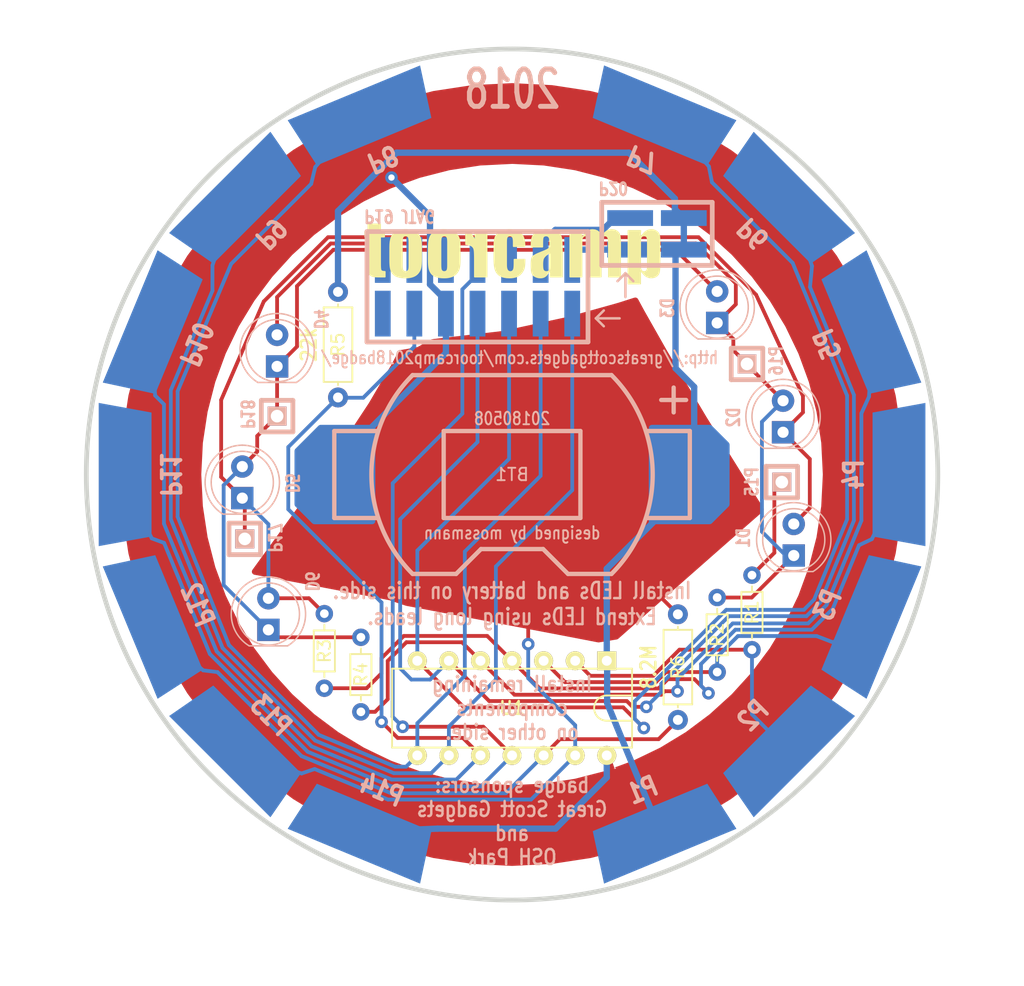
<source format=kicad_pcb>
(kicad_pcb (version 20221018) (generator pcbnew)
  (title_block (title "ToorCamp 2018 Badge") (date "2018-06-30") (company "Copyright 2018 Great Scott Gadgets") (comment 1 "License: BSD-3-Clause, http://greatscottgadgets.com/toorcamp2018badge/"))
  (layers (0 "F.Cu" signal "Front") (31 "B.Cu" signal "Back") (34 "B.Paste" user) (35 "F.Paste" user) (36 "B.SilkS" user "B.Silkscreen") (37 "F.SilkS" user "F.Silkscreen") (38 "B.Mask" user) (39 "F.Mask" user) (44 "Edge.Cuts" user))
  (net 0 "")
  (net 1 "/P1.0")
  (net 2 "/P2.6")
  (net 3 "/P2.7")
  (net 4 "/TCK")
  (net 5 "/TDI")
  (net 6 "/TDO")
  (net 7 "/TEST")
  (net 8 "/TMS")
  (net 9 "/VTGT")
  (net 10 "/VTOOL")
  (net 11 "GND")
  (net 12 "VCC")
  (net 13 "/P1.1")
  (net 14 "/P1.2")
  (net 15 "/P1.3")
  (net 16 "/!RST")
  (net 17 "/P16")
  (net 18 "/P17")
  (net 19 "/P18")
  (net 20 "/P15")
  (footprint "gsg-modules:DIP14" (layer "F.Cu") (at 150 118.8 180)
    (fp_text reference "U1")
    (fp_text value "MSP430G2211" hide)
  )
  (footprint "Mounting_Holes:MountingHole_3.2mm_M3" (layer "F.Cu") (at 152.8 77)
    (fp_text reference "REF**" hide)
    (fp_text value "MountingHole_3.2mm_M3" hide)
  )
  (footprint "Mounting_Holes:MountingHole_3.2mm_M3" (layer "F.Cu") (at 147.2 77)
    (fp_text reference "REF**" hide)
    (fp_text value "MountingHole_3.2mm_M3" hide)
  )
  (footprint "gsg-modules:RESISTOR-AXIAL-1.7x3.3mm" (layer "F.Cu") (at 169.3 111.1 -90)
    (fp_text reference "R1")
    (fp_text value "100")
  )
  (footprint "gsg-modules:RESISTOR-AXIAL-1.7x3.3mm" (layer "F.Cu") (at 166.5 112.9 -90)
    (fp_text reference "R2")
    (fp_text value "100")
  )
  (footprint "gsg-modules:RESISTOR-AXIAL-1.7x3.3mm" (layer "F.Cu") (at 134.9 114.2 -90)
    (fp_text reference "R3")
    (fp_text value "100")
  )
  (footprint "gsg-modules:RESISTOR-AXIAL-1.7x3.3mm" (layer "F.Cu") (at 137.84 116.1 -90)
    (fp_text reference "R4")
    (fp_text value "100")
  )
  (footprint "gsg-modules:RESISTOR-AXIAL-2.3x6.0mm" (layer "F.Cu") (at 136 89.55 -90)
    (fp_text reference "R5")
    (fp_text value "22k")
  )
  (footprint "gsg-modules:RESISTOR-AXIAL-2.3x6.0mm" (layer "F.Cu") (at 163.34 115.5 -90)
    (fp_text reference "R6")
    (fp_text value "8.2M")
  )
  (footprint "gsg-modules:BU2032SM-BT" (layer "B.Cu") (at 150 100 180)
    (fp_text reference "BT1")
    (fp_text value "CR2032")
  )
  (footprint "LEDs:LED_D5.0mm" (layer "B.Cu") (at 172.66 106.52 90)
    (fp_text reference "D1" hide)
    (fp_text value "LED" hide)
  )
  (footprint "LEDs:LED_D5.0mm" (layer "B.Cu") (at 171.8 96.6 90)
    (fp_text reference "D2" hide)
    (fp_text value "LED" hide)
  )
  (footprint "LEDs:LED_D5.0mm" (layer "B.Cu") (at 166.5 87.8 90)
    (fp_text reference "D3" hide)
    (fp_text value "LED" hide)
  )
  (footprint "LEDs:LED_D5.0mm" (layer "B.Cu") (at 131.1 91.3 90)
    (fp_text reference "D4" hide)
    (fp_text value "LED" hide)
  )
  (footprint "LEDs:LED_D5.0mm" (layer "B.Cu") (at 128.3 101.9 90)
    (fp_text reference "D5" hide)
    (fp_text value "LED" hide)
  )
  (footprint "LEDs:LED_D5.0mm" (layer "B.Cu") (at 130.4 112.5 90)
    (fp_text reference "D6" hide)
    (fp_text value "LED" hide)
  )
  (footprint "gsg-modules:HEADER-1x1" (layer "B.Cu") (at 171.7 100.61)
    (fp_text reference "P15" hide)
    (fp_text value "CONN_1" hide)
  )
  (footprint "gsg-modules:HEADER-1x1" (layer "B.Cu") (at 168.9 91.1 -90)
    (fp_text reference "P16" hide)
    (fp_text value "CONN_1" hide)
  )
  (footprint "gsg-modules:HEADER-1x1" (layer "B.Cu") (at 128.5 105.18 180)
    (fp_text reference "P17" hide)
    (fp_text value "CONN_1" hide)
  )
  (footprint "gsg-modules:HEADER-1x1" (layer "B.Cu") (at 131.1 95.3 90)
    (fp_text reference "P18" hide)
    (fp_text value "CONN_1" hide)
  )
  (footprint "gsg-modules:HEADER-SMT-2x7" (layer "B.Cu") (at 147.22 84.891 180)
    (fp_text reference "P19" hide)
    (fp_text value "JTAG" hide)
  )
  (footprint "gsg-modules:HEADER-SMT-2x2" (layer "B.Cu") (at 161.659 80.63 90)
    (fp_text reference "P20" hide)
    (fp_text value "CONN_2X2" hide)
  )
  (footprint "gsg-modules:TESTPOINT-TOORCAMP-2018-EDGE" (layer "B.Cu") (at 150 100 -67.5)
    (fp_text reference "P1" hide)
    (fp_text value "CONN_1")
  )
  (footprint "gsg-modules:TESTPOINT-TOORCAMP-2018-EDGE" (layer "B.Cu") (at 150 100 -45)
    (fp_text reference "P2" hide)
    (fp_text value "CONN_1")
  )
  (footprint "gsg-modules:TESTPOINT-TOORCAMP-2018-EDGE" (layer "B.Cu") (at 150 100 -22.5)
    (fp_text reference "P3" hide)
    (fp_text value "CONN_1")
  )
  (footprint "gsg-modules:TESTPOINT-TOORCAMP-2018-EDGE" (layer "B.Cu") (at 150 100)
    (fp_text reference "P4" hide)
    (fp_text value "CONN_1")
  )
  (footprint "gsg-modules:TESTPOINT-TOORCAMP-2018-EDGE" (layer "B.Cu") (at 150 100 22.5)
    (fp_text reference "P5" hide)
    (fp_text value "CONN_1")
  )
  (footprint "gsg-modules:TESTPOINT-TOORCAMP-2018-EDGE" (layer "B.Cu") (at 150 100 45)
    (fp_text reference "P6" hide)
    (fp_text value "CONN_1")
  )
  (footprint "gsg-modules:TESTPOINT-TOORCAMP-2018-EDGE" (layer "B.Cu") (at 150 100 67.5)
    (fp_text reference "P7" hide)
    (fp_text value "CONN_1")
  )
  (footprint "gsg-modules:TESTPOINT-TOORCAMP-2018-EDGE" (layer "B.Cu") (at 150 100 112.5)
    (fp_text reference "P8" hide)
    (fp_text value "CONN_1")
  )
  (footprint "gsg-modules:TESTPOINT-TOORCAMP-2018-EDGE" (layer "B.Cu") (at 150 100 135)
    (fp_text reference "P9" hide)
    (fp_text value "CONN_1")
  )
  (footprint "gsg-modules:TESTPOINT-TOORCAMP-2018-EDGE" (layer "B.Cu") (at 150 100 157.5)
    (fp_text reference "P10" hide)
    (fp_text value "CONN_1")
  )
  (footprint "gsg-modules:TESTPOINT-TOORCAMP-2018-EDGE" (layer "B.Cu") (at 150 100 180)
    (fp_text reference "P11" hide)
    (fp_text value "CONN_1")
  )
  (footprint "gsg-modules:TESTPOINT-TOORCAMP-2018-EDGE" (layer "B.Cu") (at 150 100 -157.5)
    (fp_text reference "P12" hide)
    (fp_text value "CONN_1")
  )
  (footprint "gsg-modules:TESTPOINT-TOORCAMP-2018-EDGE" (layer "B.Cu") (at 150 100 -135)
    (fp_text reference "P13" hide)
    (fp_text value "CONN_1")
  )
  (footprint "gsg-modules:TESTPOINT-TOORCAMP-2018-EDGE" (layer "B.Cu") (at 150 100 -112.5)
    (fp_text reference "P14" hide)
    (fp_text value "CONN_1")
  )
  (gr_circle (center 150 100) (end 184.25 100) (stroke (width 0.381)) (fill none) (layer "Edge.Cuts"))
  (gr_text "20180508" (at 150 95.5) (layer "B.SilkS") (effects (font (size 1 0.8)) (justify mirror)))
  (gr_text "P18" (at 128.7 95.15 270) (layer "B.SilkS") (effects (font (size 1 0.8) (thickness 0.2)) (justify mirror)))
  (gr_text "D1" (at 168.6 105.1 90) (layer "B.SilkS") (effects (font (size 1 0.8) (thickness 0.2)) (justify mirror)))
  (gr_text "D5" (at 132.3 100.7 270) (layer "B.SilkS") (effects (font (size 1 0.8) (thickness 0.2)) (justify mirror)))
  (gr_text "D2" (at 167.8 95.4 90) (layer "B.SilkS") (effects (font (size 1 0.8) (thickness 0.2)) (justify mirror)))
  (gr_text "D4" (at 134.6 87.5 270) (layer "B.SilkS") (effects (font (size 1 0.8) (thickness 0.2)) (justify mirror)))
  (gr_text "P19 JTAG" (at 140.95 79.2 180) (layer "B.SilkS") (effects (font (size 1 0.8) (thickness 0.2)) (justify mirror)))
  (gr_text "P20" (at 158.15 76.95 180) (layer "B.SilkS") (effects (font (size 1 0.8) (thickness 0.2)) (justify mirror)))
  (gr_text "P16" (at 171.25 90.85 90) (layer "B.SilkS") (effects (font (size 1 0.8) (thickness 0.2)) (justify mirror)))
  (gr_text "P1" (at 160.5 125.4 22.5) (layer "B.SilkS") (effects (font (size 1.5 1.2) (thickness 0.3)) (justify mirror)))
  (gr_text "P7" (at 160.5 74.6 157.5) (layer "B.SilkS") (effects (font (size 1.5 1.2) (thickness 0.3)) (justify mirror)))
  (gr_text "D6" (at 133.9 108.6 270) (layer "B.SilkS") (effects (font (size 1 0.8) (thickness 0.2)) (justify mirror)))
  (gr_text "P13" (at 130.6 119.4 315) (layer "B.SilkS") (effects (font (size 1.5 1.2) (thickness 0.3)) (justify mirror)))
  (gr_text "http://greatscottgadgets.com/toorcamp2018badge/" (at 150.6 90.6) (layer "B.SilkS") (effects (font (size 1 0.8)) (justify mirror)))
  (gr_text "P5" (at 175.4 89.5 112.5) (layer "B.SilkS") (effects (font (size 1.5 1.2) (thickness 0.3)) (justify mirror)))
  (gr_text "P17" (at 130.9 105.1 270) (layer "B.SilkS") (effects (font (size 1 0.8) (thickness 0.2)) (justify mirror)))
  (gr_text "P9" (at 130.6 80.6 225) (layer "B.SilkS") (effects (font (size 1.5 1.2) (thickness 0.3)) (justify mirror)))
  (gr_text "P3" (at 175.4 110.5 67.5) (layer "B.SilkS") (effects (font (size 1.5 1.2) (thickness 0.3)) (justify mirror)))
  (gr_text "D3" (at 162.5 86.6 90) (layer "B.SilkS") (effects (font (size 1 0.8) (thickness 0.2)) (justify mirror)))
  (gr_text "P4" (at 177.5 100 90) (layer "B.SilkS") (effects (font (size 1.5 1.2) (thickness 0.3)) (justify mirror)))
  (gr_text "P11" (at 122.5 100 270) (layer "B.SilkS") (effects (font (size 1.5 1.2) (thickness 0.3)) (justify mirror)))
  (gr_text "P2" (at 169.4 119.4 45) (layer "B.SilkS") (effects (font (size 1.5 1.2) (thickness 0.3)) (justify mirror)))
  (gr_text "P8" (at 139.6 74.6 202.5) (layer "B.SilkS") (effects (font (size 1.5 1.2) (thickness 0.3)) (justify mirror)))
  (gr_text "P14" (at 139.5 125.4 337.5) (layer "B.SilkS") (effects (font (size 1.5 1.2) (thickness 0.3)) (justify mirror)))
  (gr_text "2018" (at 150 69) (layer "B.SilkS") (effects (font (size 3 2) (thickness 0.4)) (justify mirror)))
  (gr_text "P12" (at 124.7 110.5 292.5) (layer "B.SilkS") (effects (font (size 1.5 1.2) (thickness 0.3)) (justify mirror)))
  (gr_text "badge sponsors:\nGreat Scott Gadgets\nand\nOSH Park" (at 150 127.9) (layer "B.SilkS") (effects (font (size 1.2 1) (thickness 0.2)) (justify mirror)))
  (gr_text "P6" (at 169.4 80.6 135) (layer "B.SilkS") (effects (font (size 1.5 1.2) (thickness 0.3)) (justify mirror)))
  (gr_text "Install remaining\ncomponents\non other side." (at 150 118.8) (layer "B.SilkS") (effects (font (size 1.2 1) (thickness 0.2)) (justify mirror)))
  (gr_text "P10" (at 124.6 89.5 247.5) (layer "B.SilkS") (effects (font (size 1.5 1.2) (thickness 0.3)) (justify mirror)))
  (gr_text "Install LEDs and battery on this side.\nExtend LEDs using long leads." (at 150 110.4) (layer "B.SilkS") (effects (font (size 1.3 1) (thickness 0.2)) (justify mirror)))
  (gr_text "P15" (at 169.29 100.59 90) (layer "B.SilkS") (effects (font (size 1 0.8) (thickness 0.2)) (justify mirror)))
  (gr_text "designed by mossmann" (at 150 104.7) (layer "B.SilkS") (effects (font (size 1 0.8)) (justify mirror)))
  (gr_text "22k" (at 133.65 89.55 90) (layer "F.SilkS") (effects (font (size 1.2 1) (thickness 0.2))))
  (gr_text "8.2M" (at 160.98 115.5 90) (layer "F.SilkS") (effects (font (size 1.2 1) (thickness 0.2))))
  (segment (start 161.363152 116.2) (end 163.463152 114.1) (width 0.3048) (layer "F.Cu") (net 1))
  (segment (start 163.463152 114.1) (end 169.3 114.1) (width 0.3048) (layer "F.Cu") (net 1))
  (segment (start 156.29 116.2) (end 161.363152 116.2) (width 0.3048) (layer "F.Cu") (net 1))
  (segment (start 155.08 114.99) (end 156.29 116.2) (width 0.3048) (layer "F.Cu") (net 1))
  (segment (start 169.3 119.3) (end 172.008699 122.008699) (width 0.3048) (layer "B.Cu") (net 1))
  (segment (start 169.3 114.1) (end 169.3 119.3) (width 0.3048) (layer "B.Cu") (net 1))
  (segment (start 151.3 113.65) (end 151.3 110.9) (width 0.3048) (layer "F.Cu") (net 2))
  (segment (start 163.34 111.25) (end 158.29 106.2) (width 0.3048) (layer "F.Cu") (net 2))
  (via (at 151.3 113.65) (size 1.016) (drill 0.508) (layers "F.Cu" "B.Cu") (net 2))
  (segment (start 134.12 123.7) (end 140.019204 126.158002) (width 0.3048) (layer "B.Cu") (net 2))
  (segment (start 155.08 120.18) (end 151.3 116.4) (width 0.3048) (layer "B.Cu") (net 2))
  (segment (start 151.3 116.4) (end 151.3 113.65) (width 0.3048) (layer "B.Cu") (net 2))
  (segment (start 151.531998 126.158002) (end 140.019204 126.158002) (width 0.3048) (layer "B.Cu") (net 2))
  (segment (start 133.07 124.06) (end 134.12 123.7) (width 0.3048) (layer "B.Cu") (net 2))
  (segment (start 127.726136 122.273864) (end 133.07 124.06) (width 0.3048) (layer "B.Cu") (net 2))
  (segment (start 155.08 122.61) (end 155.08 120.18) (width 0.3048) (layer "B.Cu") (net 2))
  (segment (start 155.08 122.61) (end 151.531998 126.158002) (width 0.3048) (layer "B.Cu") (net 2))
  (segment (start 161.79 121.3) (end 153.85 121.3) (width 0.3048) (layer "F.Cu") (net 3))
  (segment (start 153.85 121.3) (end 152.54 122.61) (width 0.3048) (layer "F.Cu") (net 3))
  (segment (start 163.34 119.75) (end 161.79 121.3) (width 0.3048) (layer "F.Cu") (net 3))
  (segment (start 149.5 125.65) (end 140.265027 125.65) (width 0.3048) (layer "B.Cu") (net 3))
  (segment (start 140.265027 125.65) (end 133.058035 122.658035) (width 0.3048) (layer "B.Cu") (net 3))
  (segment (start 152.54 122.61) (end 149.5 125.65) (width 0.3048) (layer "B.Cu") (net 3))
  (segment (start 125.15 115.76) (end 126.3 115.9) (width 0.3048) (layer "B.Cu") (net 3))
  (segment (start 133.058035 122.658035) (end 126.3 115.9) (width 0.3048) (layer "B.Cu") (net 3))
  (segment (start 120.897795 112.054528) (end 125.15 115.76) (width 0.3048) (layer "B.Cu") (net 3))
  (segment (start 160.8 118.7) (end 159.7 118.7) (width 0.3048) (layer "F.Cu") (net 4))
  (segment (start 159.7 118.7) (end 159.232008 118.232008) (width 0.3048) (layer "F.Cu") (net 4))
  (segment (start 159.232008 118.232008) (end 148.162008 118.232008) (width 0.3048) (layer "F.Cu") (net 4))
  (segment (start 148.162008 118.232008) (end 144.92 114.99) (width 0.3048) (layer "F.Cu") (net 4))
  (via (at 160.8 118.7) (size 1.016) (drill 0.508) (layers "F.Cu" "B.Cu") (net 4))
  (segment (start 147.22 97.38) (end 141 103.6) (width 0.3048) (layer "B.Cu") (net 4))
  (segment (start 141 103.6) (end 141 115.6) (width 0.3048) (layer "B.Cu") (net 4))
  (segment (start 141 115.6) (end 141.9 116.5) (width 0.3048) (layer "B.Cu") (net 4))
  (segment (start 141.9 116.5) (end 143.41 116.5) (width 0.3048) (layer "B.Cu") (net 4))
  (segment (start 143.41 116.5) (end 144.92 114.99) (width 0.3048) (layer "B.Cu") (net 4))
  (segment (start 173.681576 111.4) (end 174.8 110.281576) (width 0.3048) (layer "B.Cu") (net 4))
  (segment (start 177.5 103.7) (end 177.5 93.591429) (width 0.3048) (layer "B.Cu") (net 4))
  (segment (start 177.5 103.7) (end 174.8 110.281576) (width 0.3048) (layer "B.Cu") (net 4))
  (segment (start 167.44 111.4) (end 162 116.84) (width 0.3048) (layer "B.Cu") (net 4))
  (segment (start 162 116.84) (end 162 117.5) (width 0.3048) (layer "B.Cu") (net 4))
  (segment (start 162 117.5) (end 160.8 118.7) (width 0.3048) (layer "B.Cu") (net 4))
  (segment (start 147.22 87.05) (end 147.22 97.38) (width 0.3048) (layer "B.Cu") (net 4))
  (segment (start 173.681576 111.4) (end 167.44 111.4) (width 0.3048) (layer "B.Cu") (net 4))
  (segment (start 174.13 83.22) (end 173.966861 84.91) (width 0.3048) (layer "B.Cu") (net 4))
  (segment (start 172.273864 77.726136) (end 174.13 83.22) (width 0.3048) (layer "B.Cu") (net 4))
  (segment (start 173.966861 84.91) (end 177.5 93.591429) (width 0.3048) (layer "B.Cu") (net 4))
  (segment (start 142.38 120.02) (end 146.2 116.2) (width 0.3048) (layer "B.Cu") (net 5))
  (segment (start 146.2 116.2) (end 146.2 106.2) (width 0.3048) (layer "B.Cu") (net 5))
  (segment (start 146.2 106.2) (end 152.3 100.1) (width 0.3048) (layer "B.Cu") (net 5))
  (segment (start 152.3 100.1) (end 152.3 87.05) (width 0.3048) (layer "B.Cu") (net 5))
  (segment (start 127.233336 113.733336) (end 134.449999 120.949999) (width 0.3048) (layer "B.Cu") (net 5))
  (segment (start 123.1 93.3) (end 123.1 103.399996) (width 0.3048) (layer "B.Cu") (net 5))
  (segment (start 127.233336 113.733336) (end 123.1 103.399996) (width 0.3048) (layer "B.Cu") (net 5))
  (segment (start 123.1 93.3) (end 127.399999 83.050001) (width 0.3048) (layer "B.Cu") (net 5))
  (segment (start 141.474568 123.515432) (end 140.607037 123.515432) (width 0.3048) (layer "B.Cu") (net 5))
  (segment (start 140.607037 123.515432) (end 134.449999 120.949999) (width 0.3048) (layer "B.Cu") (net 5))
  (segment (start 142.38 122.61) (end 141.474568 123.515432) (width 0.3048) (layer "B.Cu") (net 5))
  (segment (start 137.945472 70.897795) (end 134.17 75.25) (width 0.3048) (layer "B.Cu") (net 5))
  (segment (start 142.38 122.61) (end 142.38 120.02) (width 0.3048) (layer "B.Cu") (net 5))
  (segment (start 134.17 75.25) (end 133.84 76.61) (width 0.3048) (layer "B.Cu") (net 5))
  (segment (start 133.84 76.61) (end 127.399999 83.050001) (width 0.3048) (layer "B.Cu") (net 5))
  (segment (start 144.92 120.28) (end 148.7 116.5) (width 0.3048) (layer "B.Cu") (net 6))
  (segment (start 148.7 116.5) (end 148.7 107.4) (width 0.3048) (layer "B.Cu") (net 6))
  (segment (start 148.7 107.4) (end 154.84 101.26) (width 0.3048) (layer "B.Cu") (net 6))
  (segment (start 154.84 101.26) (end 154.84 87.05) (width 0.3048) (layer "B.Cu") (net 6))
  (segment (start 134.165789 121.415789) (end 126.717241 113.967241) (width 0.3048) (layer "B.Cu") (net 6))
  (segment (start 122.55 93.210971) (end 122.55 103.602566) (width 0.3048) (layer "B.Cu") (net 6))
  (segment (start 126.717241 113.967241) (end 122.55 103.602566) (width 0.3048) (layer "B.Cu") (net 6))
  (segment (start 140.486238 124.033231) (end 134.165789 121.415789) (width 0.3048) (layer "B.Cu") (net 6))
  (segment (start 143.496769 124.033231) (end 144.92 122.61) (width 0.3048) (layer "B.Cu") (net 6))
  (segment (start 125.9 83.17) (end 125.897345 85.21) (width 0.3048) (layer "B.Cu") (net 6))
  (segment (start 125.897345 85.21) (end 122.55 93.210971) (width 0.3048) (layer "B.Cu") (net 6))
  (segment (start 140.486238 124.033231) (end 143.496769 124.033231) (width 0.3048) (layer "B.Cu") (net 6))
  (segment (start 127.726136 77.726136) (end 125.9 83.17) (width 0.3048) (layer "B.Cu") (net 6))
  (segment (start 144.92 122.61) (end 144.92 120.28) (width 0.3048) (layer "B.Cu") (net 6))
  (segment (start 141.2 120.3) (end 147.69 120.3) (width 0.3048) (layer "F.Cu") (net 7))
  (segment (start 147.69 120.3) (end 150 122.61) (width 0.3048) (layer "F.Cu") (net 7))
  (via (at 141.2 120.3) (size 1.016) (drill 0.508) (layers "F.Cu" "B.Cu") (net 7))
  (segment (start 125.69 114.44) (end 133.561915 122.311915) (width 0.3048) (layer "B.Cu") (net 7))
  (segment (start 122.010605 105.504324) (end 125.69 114.44) (width 0.3048) (layer "B.Cu") (net 7))
  (segment (start 147.22 83.88) (end 146 85.1) (width 0.3048) (layer "B.Cu") (net 7))
  (segment (start 146 85.1) (end 146 95.1) (width 0.3048) (layer "B.Cu") (net 7))
  (segment (start 146 95.1) (end 140.4 100.7) (width 0.3048) (layer "B.Cu") (net 7))
  (segment (start 147.51 125.1) (end 140.294574 125.1) (width 0.3048) (layer "B.Cu") (net 7))
  (segment (start 140.294574 125.1) (end 133.561915 122.311915) (width 0.3048) (layer "B.Cu") (net 7))
  (segment (start 140.4 119.5) (end 141.2 120.3) (width 0.3048) (layer "B.Cu") (net 7))
  (segment (start 121.02 105.14) (end 122.010605 105.504324) (width 0.3048) (layer "B.Cu") (net 7))
  (segment (start 140.4 100.7) (end 140.4 119.5) (width 0.3048) (layer "B.Cu") (net 7))
  (segment (start 147.22 82.732) (end 147.22 83.88) (width 0.3048) (layer "B.Cu") (net 7))
  (segment (start 118.5 100) (end 121.02 105.14) (width 0.3048) (layer "B.Cu") (net 7))
  (segment (start 147.51 125.1) (end 150 122.61) (width 0.3048) (layer "B.Cu") (net 7))
  (segment (start 158.94001 118.74001) (end 160.6 120.4) (width 0.3048) (layer "F.Cu") (net 8))
  (segment (start 142.38 114.99) (end 146.13001 118.74001) (width 0.3048) (layer "F.Cu") (net 8))
  (segment (start 146.13001 118.74001) (end 158.94001 118.74001) (width 0.3048) (layer "F.Cu") (net 8))
  (via (at 160.6 120.4) (size 1.016) (drill 0.508) (layers "F.Cu" "B.Cu") (net 8))
  (segment (start 142.38 106.12) (end 149.76 98.74) (width 0.3048) (layer "B.Cu") (net 8))
  (segment (start 149.76 98.74) (end 149.76 87.05) (width 0.3048) (layer "B.Cu") (net 8))
  (segment (start 173.471154 110.891998) (end 174.3 110.063152) (width 0.3048) (layer "B.Cu") (net 8))
  (segment (start 176.95 93.65) (end 176.95 103.6) (width 0.3048) (layer "B.Cu") (net 8))
  (segment (start 174.3 110.063152) (end 176.95 103.6) (width 0.3048) (layer "B.Cu") (net 8))
  (segment (start 172.576446 82.976446) (end 176.95 93.65) (width 0.3048) (layer "B.Cu") (net 8))
  (segment (start 167.229578 110.891998) (end 159.87 118.251576) (width 0.3048) (layer "B.Cu") (net 8))
  (segment (start 159.87 118.251576) (end 159.87 119.67) (width 0.3048) (layer "B.Cu") (net 8))
  (segment (start 159.87 119.67) (end 160.6 120.4) (width 0.3048) (layer "B.Cu") (net 8))
  (segment (start 165.83 75.2) (end 166.08 76.48) (width 0.3048) (layer "B.Cu") (net 8))
  (segment (start 162.054528 70.897795) (end 165.83 75.2) (width 0.3048) (layer "B.Cu") (net 8))
  (segment (start 173.471154 110.891998) (end 167.229578 110.891998) (width 0.3048) (layer "B.Cu") (net 8))
  (segment (start 142.38 114.99) (end 142.38 106.12) (width 0.3048) (layer "B.Cu") (net 8))
  (segment (start 172.576446 82.976446) (end 166.08 76.48) (width 0.3048) (layer "B.Cu") (net 8))
  (segment (start 152.3 81.5) (end 153.49 80.31) (width 0.508) (layer "B.Cu") (net 9))
  (segment (start 153.49 80.31) (end 157.31 80.31) (width 0.508) (layer "B.Cu") (net 9))
  (segment (start 157.31 80.31) (end 158.26 79.36) (width 0.508) (layer "B.Cu") (net 9))
  (segment (start 158.26 79.36) (end 159.5 79.36) (width 0.508) (layer "B.Cu") (net 9))
  (segment (start 152.3 82.732) (end 152.3 81.5) (width 0.508) (layer "B.Cu") (net 9))
  (segment (start 154.84 82) (end 154.94 81.9) (width 0.508) (layer "B.Cu") (net 10))
  (segment (start 154.94 81.9) (end 159.5 81.9) (width 0.508) (layer "B.Cu") (net 10))
  (segment (start 154.84 82.732) (end 154.84 82) (width 0.508) (layer "B.Cu") (net 10))
  (segment (start 157.62 122.61) (end 158.5 125.2) (width 0.508) (layer "F.Cu") (net 11))
  (via (at 140.3 76.1) (size 1.016) (drill 0.508) (layers "F.Cu" "B.Cu") (net 11))
  (segment (start 135.35 99.45) (end 135.35 100) (width 0.508) (layer "B.Cu") (net 11))
  (segment (start 144.68 90.22) (end 135.35 99.55) (width 0.508) (layer "B.Cu") (net 11))
  (segment (start 135.35 99.55) (end 135.35 100) (width 0.508) (layer "B.Cu") (net 11))
  (segment (start 144.68 85.98) (end 143.4 84.7) (width 0.508) (layer "B.Cu") (net 11))
  (segment (start 143.4 84.7) (end 143.4 79.2) (width 0.508) (layer "B.Cu") (net 11))
  (segment (start 143.4 79.2) (end 140.3 76.1) (width 0.508) (layer "B.Cu") (net 11))
  (segment (start 153.5 128.5) (end 157.62 124.38) (width 0.508) (layer "B.Cu") (net 11))
  (segment (start 157.62 124.38) (end 157.62 122.61) (width 0.508) (layer "B.Cu") (net 11))
  (segment (start 138.088978 128.75575) (end 144 128.5) (width 0.508) (layer "B.Cu") (net 11))
  (segment (start 144 128.5) (end 153.5 128.5) (width 0.508) (layer "B.Cu") (net 11))
  (segment (start 144.68 87.05) (end 144.68 85.98) (width 0.508) (layer "B.Cu") (net 11))
  (segment (start 144.68 87.05) (end 144.68 90.22) (width 0.508) (layer "B.Cu") (net 11))
  (segment (start 163.3 81.9) (end 163.15 82.05) (width 0.508) (layer "B.Cu") (net 12))
  (segment (start 163.15 82.05) (end 163.15 91.45) (width 0.508) (layer "B.Cu") (net 12))
  (segment (start 163.15 91.45) (end 164.65 92.95) (width 0.508) (layer "B.Cu") (net 12))
  (segment (start 164.65 92.95) (end 164.65 100) (width 0.508) (layer "B.Cu") (net 12))
  (segment (start 162.054528 129.102205) (end 157.65 118.393113) (width 0.508) (layer "B.Cu") (net 12))
  (segment (start 157.65 115.02) (end 157.62 114.99) (width 0.508) (layer "B.Cu") (net 12))
  (segment (start 164.65 100.55) (end 157.62 107.58) (width 0.508) (layer "B.Cu") (net 12))
  (segment (start 157.62 107.58) (end 157.62 114.99) (width 0.508) (layer "B.Cu") (net 12))
  (segment (start 140.7 74.1) (end 140.73 74.1) (width 0.508) (layer "B.Cu") (net 12))
  (segment (start 159.4 74.1) (end 163.1 77.8) (width 0.508) (layer "B.Cu") (net 12))
  (segment (start 163.1 77.8) (end 163.1 78.642) (width 0.508) (layer "B.Cu") (net 12))
  (segment (start 163.818 79.36) (end 163.1 78.642) (width 0.508) (layer "B.Cu") (net 12))
  (segment (start 140.73 74.1) (end 159.4 74.1) (width 0.508) (layer "B.Cu") (net 12))
  (segment (start 136 78.8) (end 136 85.3) (width 0.508) (layer "B.Cu") (net 12))
  (segment (start 164.65 100) (end 164.65 100.45) (width 0.508) (layer "B.Cu") (net 12))
  (segment (start 164.65 100) (end 164.65 100.55) (width 0.508) (layer "B.Cu") (net 12))
  (segment (start 163.818 79.36) (end 163.818 81.9) (width 0.508) (layer "B.Cu") (net 12))
  (segment (start 140.7 74.1) (end 136 78.8) (width 0.508) (layer "B.Cu") (net 12))
  (segment (start 157.65 118.393113) (end 157.65 115.02) (width 0.508) (layer "B.Cu") (net 12))
  (segment (start 163.818 81.9) (end 163.3 81.9) (width 0.508) (layer "B.Cu") (net 12))
  (segment (start 161.573574 116.708002) (end 154.258002 116.708002) (width 0.3048) (layer "F.Cu") (net 13))
  (segment (start 162.381576 115.9) (end 166.5 115.9) (width 0.3048) (layer "F.Cu") (net 13))
  (segment (start 161.573574 116.708002) (end 162.381576 115.9) (width 0.3048) (layer "F.Cu") (net 13))
  (segment (start 152.54 114.99) (end 154.258002 116.708002) (width 0.3048) (layer "F.Cu") (net 13))
  (segment (start 175.8 113.5) (end 174.5 113) (width 0.3048) (layer "B.Cu") (net 13))
  (segment (start 175.8 113.5) (end 179.102205 112.054528) (width 0.3048) (layer "B.Cu") (net 13))
  (segment (start 166.5 114.67) (end 166.5 115.9) (width 0.3048) (layer "B.Cu") (net 13))
  (segment (start 174.5 113) (end 168.17 113) (width 0.3048) (layer "B.Cu") (net 13))
  (segment (start 168.17 113) (end 166.5 114.67) (width 0.3048) (layer "B.Cu") (net 13))
  (segment (start 148.001998 112.991998) (end 141.289578 112.991998) (width 0.3048) (layer "F.Cu") (net 14))
  (segment (start 141.289578 112.991998) (end 139.491998 114.789578) (width 0.3048) (layer "F.Cu") (net 14))
  (segment (start 150 114.99) (end 152.226004 117.216004) (width 0.3048) (layer "F.Cu") (net 14))
  (segment (start 162.53 116.47) (end 161.783996 117.216004) (width 0.3048) (layer "F.Cu") (net 14))
  (segment (start 161.783996 117.216004) (end 152.226004 117.216004) (width 0.3048) (layer "F.Cu") (net 14))
  (segment (start 138.3 117.2) (end 134.9 117.2) (width 0.3048) (layer "F.Cu") (net 14))
  (segment (start 164.67 116.47) (end 165.8 117.6) (width 0.3048) (layer "F.Cu") (net 14))
  (segment (start 139.491998 116.008002) (end 138.3 117.2) (width 0.3048) (layer "F.Cu") (net 14))
  (segment (start 162.53 116.47) (end 164.67 116.47) (width 0.3048) (layer "F.Cu") (net 14))
  (segment (start 150 114.99) (end 148.001998 112.991998) (width 0.3048) (layer "F.Cu") (net 14))
  (segment (start 139.491998 114.789578) (end 139.491998 116.008002) (width 0.3048) (layer "F.Cu") (net 14))
  (via (at 165.8 117.6) (size 1.016) (drill 0.508) (layers "F.Cu" "B.Cu") (net 14))
  (segment (start 165.8 117.6) (end 165.2 117) (width 0.3048) (layer "B.Cu") (net 14))
  (segment (start 165.2 117) (end 165.2 115.251576) (width 0.3048) (layer "B.Cu") (net 14))
  (segment (start 165.2 115.251576) (end 167.959578 112.491998) (width 0.3048) (layer "B.Cu") (net 14))
  (segment (start 174.107003 112.491998) (end 167.959578 112.491998) (width 0.3048) (layer "B.Cu") (net 14))
  (segment (start 178.94 105.2) (end 177.911268 105.688732) (width 0.3048) (layer "B.Cu") (net 14))
  (segment (start 177.911268 105.688732) (end 175.799294 110.799707) (width 0.3048) (layer "B.Cu") (net 14))
  (segment (start 175.799294 110.799707) (end 174.107003 112.491998) (width 0.3048) (layer "B.Cu") (net 14))
  (segment (start 178.94 105.2) (end 181.5 100) (width 0.3048) (layer "B.Cu") (net 14))
  (segment (start 145.97 113.5) (end 141.5 113.5) (width 0.3048) (layer "F.Cu") (net 15))
  (segment (start 141.5 113.5) (end 140 115) (width 0.3048) (layer "F.Cu") (net 15))
  (segment (start 140 115) (end 140 118.08) (width 0.3048) (layer "F.Cu") (net 15))
  (segment (start 163.31 117.44) (end 162.28 117.44) (width 0.3048) (layer "F.Cu") (net 15))
  (segment (start 162.28 117.44) (end 161.995994 117.724006) (width 0.3048) (layer "F.Cu") (net 15))
  (segment (start 161.995994 117.724006) (end 150.194006 117.724006) (width 0.3048) (layer "F.Cu") (net 15))
  (segment (start 138.98 119.1) (end 137.84 119.1) (width 0.3048) (layer "F.Cu") (net 15))
  (segment (start 150.194006 117.724006) (end 147.46 114.99) (width 0.3048) (layer "F.Cu") (net 15))
  (segment (start 140 118.08) (end 138.98 119.1) (width 0.3048) (layer "F.Cu") (net 15))
  (segment (start 147.46 114.99) (end 145.97 113.5) (width 0.3048) (layer "F.Cu") (net 15))
  (via (at 163.31 117.44) (size 1.016) (drill 0.508) (layers "F.Cu" "B.Cu") (net 15))
  (segment (start 173.816004 111.983996) (end 175.3 110.5) (width 0.3048) (layer "B.Cu") (net 15))
  (segment (start 178.1 103.715385) (end 175.3 110.5) (width 0.3048) (layer "B.Cu") (net 15))
  (segment (start 167.749156 111.983996) (end 163.31 116.423152) (width 0.3048) (layer "B.Cu") (net 15))
  (segment (start 163.31 116.423152) (end 163.31 117.44) (width 0.3048) (layer "B.Cu") (net 15))
  (segment (start 178.1 103.715385) (end 178.1 95.08) (width 0.3048) (layer "B.Cu") (net 15))
  (segment (start 179.102205 87.945472) (end 178.71 93.74) (width 0.3048) (layer "B.Cu") (net 15))
  (segment (start 178.71 93.74) (end 178.1 95.08) (width 0.3048) (layer "B.Cu") (net 15))
  (segment (start 173.816004 111.983996) (end 167.749156 111.983996) (width 0.3048) (layer "B.Cu") (net 15))
  (segment (start 147.46 122.61) (end 146.05 121.2) (width 0.3048) (layer "F.Cu") (net 16))
  (segment (start 140.8 121.2) (end 139.5 119.9) (width 0.3048) (layer "F.Cu") (net 16))
  (segment (start 146.05 121.2) (end 140.8 121.2) (width 0.3048) (layer "F.Cu") (net 16))
  (via (at 139.5 119.9) (size 1.016) (drill 0.508) (layers "F.Cu" "B.Cu") (net 16))
  (segment (start 126.240349 114.240349) (end 133.879135 121.879135) (width 0.3048) (layer "B.Cu") (net 16))
  (segment (start 126.240349 114.240349) (end 122 103.957502) (width 0.3048) (layer "B.Cu") (net 16))
  (segment (start 142.14 88.36) (end 142.14 87.05) (width 0.3048) (layer "B.Cu") (net 16))
  (segment (start 132 102.8) (end 139.5 110.3) (width 0.3048) (layer "B.Cu") (net 16))
  (segment (start 145.520022 124.549978) (end 140.318835 124.549978) (width 0.3048) (layer "B.Cu") (net 16))
  (segment (start 140.318835 124.549978) (end 133.879135 121.879135) (width 0.3048) (layer "B.Cu") (net 16))
  (segment (start 139.5 119.9) (end 139.5 110.3) (width 0.3048) (layer "B.Cu") (net 16))
  (segment (start 132 97.79) (end 135.97 93.82) (width 0.3048) (layer "B.Cu") (net 16))
  (segment (start 138.03 93.82) (end 142.14 89.71) (width 0.3048) (layer "B.Cu") (net 16))
  (segment (start 142.14 89.71) (end 142.14 87.05) (width 0.3048) (layer "B.Cu") (net 16))
  (segment (start 132 102.8) (end 132 97.79) (width 0.3048) (layer "B.Cu") (net 16))
  (segment (start 135.97 93.82) (end 138.03 93.82) (width 0.3048) (layer "B.Cu") (net 16))
  (segment (start 142.14 87.05) (end 142.14 88.26) (width 0.3048) (layer "B.Cu") (net 16))
  (segment (start 122 94.35) (end 122 103.957502) (width 0.3048) (layer "B.Cu") (net 16))
  (segment (start 147.46 122.61) (end 145.520022 124.549978) (width 0.3048) (layer "B.Cu") (net 16))
  (segment (start 121.29 93.64) (end 122 94.35) (width 0.3048) (layer "B.Cu") (net 16))
  (segment (start 120.897795 87.945472) (end 121.29 93.64) (width 0.3048) (layer "B.Cu") (net 16))
  (segment (start 164.789578 81.408002) (end 168 84.618424) (width 0.3048) (layer "F.Cu") (net 17))
  (segment (start 168 84.618424) (end 168 86.3) (width 0.3048) (layer "F.Cu") (net 17))
  (segment (start 166.5 87.8) (end 168 86.3) (width 0.3048) (layer "F.Cu") (net 17))
  (segment (start 167.8 89.1) (end 167.8 90) (width 0.3048) (layer "F.Cu") (net 17))
  (segment (start 167.8 90) (end 168.9 91.1) (width 0.3048) (layer "F.Cu") (net 17))
  (segment (start 168.9 91.16) (end 171.8 94.06) (width 0.3048) (layer "F.Cu") (net 17))
  (segment (start 135.410422 81.408002) (end 164.789578 81.408002) (width 0.3048) (layer "F.Cu") (net 17))
  (segment (start 169.28 109.9) (end 166.5 109.9) (width 0.3048) (layer "F.Cu") (net 17))
  (segment (start 131.1 85.718424) (end 135.410422 81.408002) (width 0.3048) (layer "F.Cu") (net 17))
  (segment (start 166.5 87.8) (end 167.8 89.1) (width 0.3048) (layer "F.Cu") (net 17))
  (segment (start 172.66 106.52) (end 169.28 109.9) (width 0.3048) (layer "F.Cu") (net 17))
  (segment (start 168.9 91.1) (end 168.9 91.16) (width 0.3048) (layer "F.Cu") (net 17))
  (segment (start 131.1 85.718424) (end 131.1 88.76) (width 0.3048) (layer "F.Cu") (net 17))
  (segment (start 170.1 95.76) (end 171.8 94.06) (width 0.3048) (layer "B.Cu") (net 17))
  (segment (start 170.1 104.6) (end 170.1 95.76) (width 0.3048) (layer "B.Cu") (net 17))
  (segment (start 172.1 106.6) (end 170.1 104.6) (width 0.3048) (layer "B.Cu") (net 17))
  (segment (start 126.6 100.2) (end 126.6 94) (width 0.3048) (layer "F.Cu") (net 18))
  (segment (start 169.627906 85.527906) (end 165 80.9) (width 0.3048) (layer "F.Cu") (net 18))
  (segment (start 173.4 93.683784) (end 173.4 95) (width 0.3048) (layer "F.Cu") (net 18))
  (segment (start 171.8 96.6) (end 173.4 95) (width 0.3048) (layer "F.Cu") (net 18))
  (segment (start 126.6 94) (end 130.028571 86.071429) (width 0.3048) (layer "F.Cu") (net 18))
  (segment (start 169.627906 85.527906) (end 173.4 93.683784) (width 0.3048) (layer "F.Cu") (net 18))
  (segment (start 173.95 98.75) (end 173.95 102.69) (width 0.3048) (layer "F.Cu") (net 18))
  (segment (start 173.95 102.69) (end 172.66 103.98) (width 0.3048) (layer "F.Cu") (net 18))
  (segment (start 128.5 102.1) (end 128.5 105.18) (width 0.3048) (layer "F.Cu") (net 18))
  (segment (start 135.2 80.9) (end 130.028571 86.071429) (width 0.3048) (layer "F.Cu") (net 18))
  (segment (start 133.66 109.96) (end 130.4 109.96) (width 0.3048) (layer "F.Cu") (net 18))
  (segment (start 128.3 101.9) (end 128.5 102.1) (width 0.3048) (layer "F.Cu") (net 18))
  (segment (start 171.8 96.6) (end 173.95 98.75) (width 0.3048) (layer "F.Cu") (net 18))
  (segment (start 126.6 100.2) (end 128.3 101.9) (width 0.3048) (layer "F.Cu") (net 18))
  (segment (start 134.9 111.2) (end 133.66 109.96) (width 0.3048) (layer "F.Cu") (net 18))
  (segment (start 165 80.9) (end 135.2 80.9) (width 0.3048) (layer "F.Cu") (net 18))
  (segment (start 130.4 104) (end 130.4 109.96) (width 0.3048) (layer "B.Cu") (net 18))
  (segment (start 128.3 101.9) (end 130.4 104) (width 0.3048) (layer "B.Cu") (net 18))
  (segment (start 132.7 84.836848) (end 132.7 89.7) (width 0.3048) (layer "F.Cu") (net 19))
  (segment (start 131.1 91.3) (end 132.7 89.7) (width 0.3048) (layer "F.Cu") (net 19))
  (segment (start 129.5 96.9) (end 129.5 98.16) (width 0.3048) (layer "F.Cu") (net 19))
  (segment (start 129.5 98.16) (end 128.3 99.36) (width 0.3048) (layer "F.Cu") (net 19))
  (segment (start 135.620844 81.916004) (end 163.156004 81.916004) (width 0.3048) (layer "F.Cu") (net 19))
  (segment (start 131 113.1) (end 130.4 112.5) (width 0.3048) (layer "F.Cu") (net 19))
  (segment (start 163.156004 81.916004) (end 166.5 85.26) (width 0.3048) (layer "F.Cu") (net 19))
  (segment (start 131.1 95.3) (end 129.5 96.9) (width 0.3048) (layer "F.Cu") (net 19))
  (segment (start 137.84 113.1) (end 131 113.1) (width 0.3048) (layer "F.Cu") (net 19))
  (segment (start 131.1 91.3) (end 131.1 95.3) (width 0.3048) (layer "F.Cu") (net 19))
  (segment (start 132.7 84.836848) (end 135.620844 81.916004) (width 0.3048) (layer "F.Cu") (net 19))
  (segment (start 128.3 99.36) (end 126.8 100.86) (width 0.3048) (layer "B.Cu") (net 19))
  (segment (start 126.8 108.9) (end 130.4 112.5) (width 0.3048) (layer "B.Cu") (net 19))
  (segment (start 126.8 100.86) (end 126.8 108.9) (width 0.3048) (layer "B.Cu") (net 19))
  (segment (start 171.1 101.21) (end 171.1 106.3) (width 0.3048) (layer "F.Cu") (net 20))
  (segment (start 171.1 106.3) (end 169.3 108.1) (width 0.3048) (layer "F.Cu") (net 20))
  (segment (start 171.7 100.61) (end 171.1 101.21) (width 0.3048) (layer "F.Cu") (net 20))
  (zone (net 11) (net_name "GND") (layer "F.Cu") (connect_pads (clearance 0.3)) (min_thickness 0.5) (fill yes (thermal_gap 0.508) (thermal_bridge_width 0.508))
    (polygon (pts (xy 153.220889 68.662543) (xy 156.348531 69.139888) (xy 159.367302 69.916099) (xy 162.26137 70.97535) (xy 165.014905 72.301802) (xy 167.612074 73.879621) (xy 170.037035 75.692977) (xy 172.273966 77.726038) (xy 174.307024 79.962966) (xy 176.12038 82.38793) (xy 177.698202 84.985096) (xy 179.024653 87.73863) (xy 180.083902 90.632698) (xy 180.860115 93.651472) (xy 181.337458 96.779112) (xy 181.5001 99.999787) (xy 181.337508 103.220502) (xy 180.860205 106.348184) (xy 180.084026 109.366997) (xy 179.024804 112.26111) (xy 177.698368 115.01469) (xy 176.12056 117.611898) (xy 174.307209 120.036905) (xy 172.274148 122.273872) (xy 170.037213 124.30697) (xy 167.612238 126.120361) (xy 165.015053 127.698211) (xy 162.261497 129.024692) (xy 159.3674 130.083962) (xy 156.3486 130.860191) (xy 153.220926 131.337545) (xy 150.000214 131.500189) (xy 146.779462 131.337595) (xy 143.651749 130.860281) (xy 140.632903 130.084084) (xy 137.738766 129.02484) (xy 134.985165 127.698378) (xy 132.387939 126.120538) (xy 129.962921 124.307153) (xy 127.725946 122.274055) (xy 125.692848 120.037079) (xy 123.879463 117.612062) (xy 122.301622 115.014835) (xy 120.975162 112.261235) (xy 119.915917 109.367098) (xy 119.13972 106.348252) (xy 118.662408 103.220539) (xy 118.499813 99.999787) (xy 118.662457 96.779075) (xy 119.139811 93.651401) (xy 119.91604 90.632601) (xy 120.975311 87.738503) (xy 122.30179 84.984948) (xy 123.879642 82.387766) (xy 125.693033 79.962791) (xy 127.726131 77.725855) (xy 129.963099 75.692794) (xy 132.388105 73.879443) (xy 134.985314 72.301635) (xy 137.738891 70.975202) (xy 140.633004 69.915977) (xy 143.651817 69.139798) (xy 146.779499 68.662495) (xy 150.000214 68.499903)))
    (polygon (pts (xy 147.444106 75.128832) (xy 144.961836 75.507671) (xy 142.565967 76.123711) (xy 140.269072 76.964382) (xy 138.083714 78.017124) (xy 136.022456 79.269368) (xy 134.097869 80.708545) (xy 132.322521 82.322094) (xy 130.708972 84.097443) (xy 129.269795 86.02203) (xy 128.017551 88.083287) (xy 126.964809 90.268645) (xy 126.124137 92.56554) (xy 125.508097 94.961409) (xy 125.129259 97.443679) (xy 125.00019 99.999787) (xy 125.129259 102.555895) (xy 125.508097 105.038165) (xy 126.124137 107.434034) (xy 126.964809 109.730929) (xy 128.017551 111.916287) (xy 129.269795 113.977544) (xy 130.708972 115.902132) (xy 132.322521 117.67748) (xy 134.097869 119.291029) (xy 136.022456 120.730206) (xy 138.083714 121.98245) (xy 140.269072 123.035192) (xy 142.565967 123.875863) (xy 144.961836 124.491903) (xy 147.444106 124.870742) (xy 150.000214 124.999811) (xy 152.556322 124.870742) (xy 155.038592 124.491903) (xy 157.43446 123.875866) (xy 159.731356 123.035192) (xy 161.916716 121.98245) (xy 163.977971 120.730208) (xy 165.902558 119.291029) (xy 167.67791 117.67748) (xy 169.291458 115.902132) (xy 170.730635 113.977544) (xy 171.982879 111.916289) (xy 173.035622 109.730929) (xy 173.876293 107.434034) (xy 174.492333 105.038165) (xy 174.871171 102.555895) (xy 175.00024 99.999787) (xy 174.871171 97.443679) (xy 174.492333 94.961409) (xy 173.876293 92.56554) (xy 173.035622 90.268645) (xy 171.982879 88.083285) (xy 170.730635 86.02203) (xy 169.291458 84.097443) (xy 167.67791 82.322094) (xy 165.902558 80.708545) (xy 163.977971 79.269366) (xy 161.916716 78.017124) (xy 159.731356 76.964382) (xy 157.43446 76.123708) (xy 155.038592 75.507671) (xy 152.556322 75.128832) (xy 150.000214 74.999763)))
  )
  (zone (net 2) (net_name "/P2.6") (layer "F.Cu") (connect_pads (clearance 0.5)) (min_thickness 0.5) (fill yes (thermal_gap 0.508) (thermal_bridge_width 0.508))
    (polygon (pts (xy 142.369981 89.75051) (xy 142.001098 89.814813) (xy 141.632229 89.878985) (xy 141.263359 89.943288) (xy 140.894477 90.007459) (xy 140.366632 91.033211) (xy 138.485811 94.241758) (xy 134.806087 99.830119) (xy 128.881531 107.99525) (xy 131.15317 108.403723) (xy 134.960204 109.124031) (xy 138.538274 109.810079) (xy 140.123041 110.115667) (xy 140.460296 110.228033) (xy 140.797538 110.340399) (xy 141.13478 110.452765) (xy 141.472022 110.565131) (xy 143.717901 110.991651) (xy 148.751348 111.94866) (xy 154.016035 112.952345) (xy 156.955741 113.518864) (xy 157.340431 113.454954) (xy 157.725121 113.391044) (xy 158.10981 113.327134) (xy 158.494487 113.263225) (xy 160.117311 111.829759) (xy 163.807054 108.573424) (xy 167.795615 105.060272) (xy 170.314918 102.856405) (xy 165.652384 95.39254) (xy 162.459108 90.02768) (xy 160.624347 86.788907) (xy 160.037359 85.703305) (xy 158.495103 86.193158) (xy 154.551371 87.293454) (xy 149.230815 88.450195) (xy 143.558061 89.109448) (xy 143.261038 89.269655) (xy 142.964015 89.429848) (xy 142.666991 89.590055)))
  )
  (zone (net 11) (net_name "GND") (layer "B.Cu") (connect_pads yes (clearance 0.3)) (min_thickness 0.5) (fill yes (thermal_gap 0.508) (thermal_bridge_width 0.508))
    (polygon (pts (xy 132.5 98) (xy 134.5 96) (xy 139 96) (xy 139 104) (xy 134 104) (xy 132.5 102.5)))
  )
  (zone (net 12) (net_name "VCC") (layer "B.Cu") (connect_pads yes (clearance 0.3)) (min_thickness 0.5) (fill yes (thermal_gap 0.508) (thermal_bridge_width 0.508))
    (polygon (pts (xy 167.5 97.5) (xy 166 96) (xy 161 96) (xy 161 104) (xy 166 104) (xy 167.5 102.5)))
  )
  (zone (net 0) (net_name "") (layer "F.SilkS") (connect_pads (clearance 0.1)) (min_thickness 0.1) (fill yes (thermal_gap 0.508) (thermal_bridge_width 0.508))
    (polygon (pts (xy 141.4018 80.253658) (xy 141.590435 80.260344) (xy 141.76568 80.28269) (xy 141.9253 80.318409) (xy 142.071524 80.369787) (xy 142.202123 80.431177) (xy 142.315977 80.50038) (xy 142.413086 80.578516) (xy 142.494571 80.665584) (xy 142.562659 80.757109) (xy 142.619581 80.85087) (xy 142.665358 80.944636) (xy 142.697705 81.04063) (xy 142.722279 81.148901) (xy 142.739024 81.286193) (xy 142.750168 81.451396) (xy 142.753597 81.6445) (xy 142.753597 81.645643) (xy 142.753597 81.885627) (xy 142.753597 82.126732) (xy 142.753597 82.367831) (xy 142.753597 82.608935) (xy 142.750168 82.855617) (xy 142.74011 83.065461) (xy 142.723365 83.239591) (xy 142.701019 83.374654) (xy 142.668673 83.489622) (xy 142.62181 83.601242) (xy 142.560419 83.708398) (xy 142.485633 83.812211) (xy 142.39745 83.9082) (xy 142.296992 83.989685) (xy 142.185372 84.057773) (xy 142.061471 84.112466) (xy 141.925294 84.154871) (xy 141.777956 84.186132) (xy 141.62057 84.205106) (xy 141.452023 84.210821) (xy 141.264497 84.206249) (xy 141.092601 84.190647) (xy 140.93633 84.163844) (xy 140.796804 84.126982) (xy 140.672909 84.080119) (xy 140.565753 84.023197) (xy 140.473107 83.956223) (xy 140.394971 83.879202) (xy 140.329112 83.793254) (xy 140.27219 83.69726) (xy 140.226413 83.592338) (xy 140.189551 83.477369) (xy 140.162748 83.342307) (xy 140.142631 83.17376) (xy 140.130344 82.973958) (xy 140.126915 82.741786) (xy 140.126915 82.48952) (xy 140.126915 82.23726) (xy 140.126915 81.984994) (xy 140.126915 81.733849) (xy 140.133602 81.477119) (xy 140.155947 81.251645) (xy 140.191666 81.058541) (xy 140.241901 80.897807) (xy 140.308875 80.759395) (xy 140.397052 80.636609) (xy 140.508677 80.527223) (xy 140.643734 80.431229) (xy 140.800005 80.354208) (xy 140.977484 80.298429) (xy 141.178401 80.264939)))
    (polygon (pts (xy 141.443119 80.828507) (xy 141.380614 80.835193) (xy 141.323693 80.85531) (xy 141.277916 80.892172) (xy 141.244426 80.943493) (xy 141.225452 81.009352) (xy 141.214308 81.096415) (xy 141.207621 81.209154) (xy 141.205335 81.34868) (xy 141.205335 81.79293) (xy 141.205335 82.237186) (xy 141.205335 82.681435) (xy 141.205335 83.125685) (xy 141.207621 83.25517) (xy 141.214308 83.362326) (xy 141.225452 83.44604) (xy 141.244426 83.513014) (xy 141.275687 83.565477) (xy 141.321464 83.604568) (xy 141.3773 83.626914) (xy 141.43869 83.6336) (xy 141.501195 83.627885) (xy 141.558117 83.606683) (xy 141.603894 83.570964) (xy 141.635155 83.520729) (xy 141.654129 83.459338) (xy 141.666416 83.381203) (xy 141.673102 83.282974) (xy 141.675388 83.164656) (xy 141.675388 82.710359) (xy 141.675388 82.257177) (xy 141.675388 81.80288) (xy 141.675388 81.348583) (xy 141.675388 81.34744) (xy 141.673102 81.209029) (xy 141.666416 81.097409) (xy 141.655272 81.010341) (xy 141.638527 80.944487) (xy 141.607266 80.893109) (xy 141.561489 80.856305) (xy 141.505653 80.835102)))
  )
  (zone (net 0) (net_name "") (layer "F.SilkS") (connect_pads (clearance 0.1)) (min_thickness 0.1) (fill yes (thermal_gap 0.508) (thermal_bridge_width 0.508))
    (polygon (pts (xy 144.507102 80.253658) (xy 144.695743 80.260344) (xy 144.870988 80.28269) (xy 145.030608 80.318409) (xy 145.175712 80.369787) (xy 145.306311 80.431177) (xy 145.420165 80.50038) (xy 145.517274 80.578516) (xy 145.598759 80.665584) (xy 145.667962 80.757109) (xy 145.724883 80.85087) (xy 145.769517 80.944636) (xy 145.803007 81.04063) (xy 145.827582 81.148901) (xy 145.844327 81.286193) (xy 145.855471 81.451396) (xy 145.8589 81.6445) (xy 145.8589 81.661245) (xy 145.8589 81.885605) (xy 145.8589 82.126709) (xy 145.8589 82.367808) (xy 145.8589 82.608912) (xy 145.855471 82.855594) (xy 145.845412 83.065438) (xy 145.828667 83.238454) (xy 145.806322 83.374631) (xy 145.773975 83.489599) (xy 145.727112 83.601219) (xy 145.665716 83.708375) (xy 145.589815 83.812188) (xy 145.501632 83.908177) (xy 145.402294 83.989662) (xy 145.290669 84.05775) (xy 145.165653 84.112443) (xy 145.029476 84.154848) (xy 144.883252 84.186109) (xy 144.724752 84.205083) (xy 144.556206 84.210798) (xy 144.368679 84.206226) (xy 144.197898 84.190624) (xy 144.041633 84.163821) (xy 143.902107 84.126959) (xy 143.778206 84.080096) (xy 143.669935 84.023175) (xy 143.578403 83.956201) (xy 143.500268 83.879179) (xy 143.434414 83.793232) (xy 143.377493 83.697237) (xy 143.331715 83.592315) (xy 143.295997 83.477346) (xy 143.268107 83.342284) (xy 143.248048 83.173737) (xy 143.235761 82.973935) (xy 143.231189 82.741763) (xy 143.231189 82.489497) (xy 143.231189 82.237237) (xy 143.231189 81.984971) (xy 143.231189 81.733826) (xy 143.239018 81.477096) (xy 143.261364 81.251623) (xy 143.297083 81.058518) (xy 143.346174 80.897784) (xy 143.413148 80.759372) (xy 143.502445 80.636586) (xy 143.614065 80.527201) (xy 143.749128 80.431206) (xy 143.905399 80.354185) (xy 144.082872 80.298406) (xy 144.283794 80.264916)))
    (polygon (pts (xy 144.548422 80.828507) (xy 144.485911 80.835193) (xy 144.42899 80.85531) (xy 144.383213 80.892172) (xy 144.349723 80.943493) (xy 144.330749 81.009352) (xy 144.319605 81.096415) (xy 144.311775 81.209154) (xy 144.309489 81.34868) (xy 144.309489 81.79293) (xy 144.309489 82.237186) (xy 144.309489 82.681435) (xy 144.309489 83.125685) (xy 144.311775 83.25517) (xy 144.319605 83.362326) (xy 144.330749 83.447154) (xy 144.349723 83.513014) (xy 144.380984 83.565477) (xy 144.426761 83.604568) (xy 144.482539 83.626914) (xy 144.54393 83.6336) (xy 144.60644 83.627885) (xy 144.663362 83.606683) (xy 144.709139 83.570964) (xy 144.7404 83.521872) (xy 144.759374 83.460481) (xy 144.771661 83.381232) (xy 144.778348 83.283002) (xy 144.780634 83.164684) (xy 144.780634 82.710388) (xy 144.780634 82.257205) (xy 144.780634 81.802909) (xy 144.780634 81.389908) (xy 144.78292 81.388765) (xy 144.781777 81.347446) (xy 144.779491 81.209034) (xy 144.772804 81.096295) (xy 144.76166 81.009232) (xy 144.742686 80.944493) (xy 144.712568 80.893115) (xy 144.666791 80.85631) (xy 144.610955 80.835108)))
  )
  (zone (net 0) (net_name "") (layer "F.SilkS") (connect_pads (clearance 0.1)) (min_thickness 0.1) (fill yes (thermal_gap 0.508) (thermal_bridge_width 0.508))
    (polygon (pts (xy 146.231621 80.267054) (xy 146.383423 80.298315) (xy 146.572063 80.403237) (xy 146.735032 80.571783) (xy 146.876787 80.811773) (xy 147.003294 81.021622) (xy 146.976148 80.64657) (xy 146.963861 80.517091) (xy 146.952717 80.387612) (xy 146.947002 80.323987) (xy 147.180288 80.323987) (xy 147.480548 80.323987) (xy 147.779694 80.323987) (xy 148.019678 80.323987) (xy 148.019678 81.247091) (xy 148.019678 82.231591) (xy 148.019678 83.214971) (xy 148.019678 84.139195) (xy 147.779694 84.139195) (xy 147.480548 84.139195) (xy 147.181408 84.139195) (xy 146.941424 84.139195) (xy 146.941424 83.811028) (xy 146.941424 83.422585) (xy 146.941424 83.034148) (xy 146.941424 82.645705) (xy 146.939138 82.383398) (xy 146.932451 82.172429) (xy 146.921307 82.012815) (xy 146.904562 81.900075) (xy 146.87553 81.813013) (xy 146.828667 81.735992) (xy 146.765042 81.669023) (xy 146.685792 81.613188) (xy 146.586448 81.569639) (xy 146.46813 81.539521) (xy 146.329719 81.522776) (xy 146.231495 81.519347) (xy 146.231495 81.231363) (xy 146.231495 80.885337) (xy 146.231495 80.538196)))
  )
  (zone (net 0) (net_name "") (layer "F.SilkS") (connect_pads (clearance 0.1)) (min_thickness 0.1) (fill yes (thermal_gap 0.508) (thermal_bridge_width 0.508))
    (polygon (pts (xy 149.783402 80.252543) (xy 150.002178 80.264831) (xy 150.2031 80.300549) (xy 150.386157 80.360825) (xy 150.552469 80.443424) (xy 150.697579 80.543888) (xy 150.814782 80.655508) (xy 150.905193 80.778289) (xy 150.968818 80.913352) (xy 151.015681 81.072972) (xy 151.049171 81.266076) (xy 151.069231 81.49155) (xy 151.074946 81.689117) (xy 150.852821 81.689117) (xy 150.57042 81.689117) (xy 150.288013 81.689117) (xy 150.065888 81.689117) (xy 150.065888 81.635568) (xy 150.065888 81.522834) (xy 150.065888 81.408979) (xy 150.065888 81.294011) (xy 150.063602 81.183505) (xy 150.055773 81.088625) (xy 150.0424 81.01049) (xy 150.021197 80.947985) (xy 149.98885 80.896664) (xy 149.943073 80.858716) (xy 149.887237 80.836371) (xy 149.824733 80.829684) (xy 149.764456 80.835399) (xy 149.708621 80.854373) (xy 149.662844 80.890092) (xy 149.631583 80.938098) (xy 149.611466 80.999488) (xy 149.599179 81.077624) (xy 149.592492 81.175847) (xy 149.590206 81.295285) (xy 149.590206 81.760743) (xy 149.590206 82.225087) (xy 149.590206 82.689431) (xy 149.590206 83.154895) (xy 149.593635 83.256467) (xy 149.604779 83.347999) (xy 149.62261 83.428363) (xy 149.650499 83.497566) (xy 149.687361 83.554487) (xy 149.735367 83.599122) (xy 149.794523 83.625925) (xy 149.860383 83.63484) (xy 149.93182 83.625925) (xy 149.995445 83.598036) (xy 150.046766 83.55003) (xy 150.080256 83.488639) (xy 150.102602 83.410504) (xy 150.117118 83.31228) (xy 150.124947 83.192842) (xy 150.128376 83.051082) (xy 150.128376 82.932764) (xy 150.128376 82.815561) (xy 150.128376 82.698363) (xy 150.128376 82.641442) (xy 150.334876 82.641442) (xy 150.601647 82.641442) (xy 150.868423 82.641442) (xy 151.074923 82.641442) (xy 151.072637 82.801056) (xy 151.065951 82.990817) (xy 151.055892 83.151551) (xy 151.042519 83.27991) (xy 151.020173 83.391536) (xy 150.981083 83.50427) (xy 150.925304 83.620359) (xy 150.852752 83.738676) (xy 150.766799 83.848067) (xy 150.67081 83.942942) (xy 150.561419 84.024426) (xy 150.439752 84.09028) (xy 150.303575 84.142744) (xy 150.151768 84.180691) (xy 149.983221 84.204123) (xy 149.796815 84.211952) (xy 149.563528 84.200808) (xy 149.355914 84.169547) (xy 149.1762 84.117083) (xy 149.023278 84.045646) (xy 148.894913 83.956349) (xy 148.786643 83.850307) (xy 148.69846 83.728641) (xy 148.630372 83.589115) (xy 148.579051 83.423917) (xy 148.541104 83.224115) (xy 148.518758 82.990828) (xy 148.510928 82.721818) (xy 148.510928 82.442766) (xy 148.510928 82.163714) (xy 148.510928 81.884662) (xy 148.510928 81.60561) (xy 148.517615 81.373438) (xy 148.535446 81.173636) (xy 148.565564 81.006203) (xy 148.607969 80.871141) (xy 148.667131 80.757286) (xy 148.754193 80.647901) (xy 148.869162 80.544094) (xy 149.013157 80.44475) (xy 149.179469 80.361031) (xy 149.361412 80.301875) (xy 149.563448 80.265014)))
  )
  (zone (net 0) (net_name "") (layer "F.SilkS") (connect_pads (clearance 0.1)) (min_thickness 0.1) (fill yes (thermal_gap 0.508) (thermal_bridge_width 0.508))
    (polygon (pts (xy 152.790475 80.252543) (xy 153.069527 80.264831) (xy 153.309511 80.303921) (xy 153.510433 80.367546) (xy 153.673396 80.456843) (xy 153.803996 80.563999) (xy 153.904454 80.681203) (xy 153.975891 80.808453) (xy 154.01944 80.947979) (xy 154.0451 81.138848) (xy 154.064074 81.416786) (xy 154.075218 81.778437) (xy 154.07979 82.223807) (xy 154.07979 82.717171) (xy 154.07979 83.21165) (xy 154.07979 83.705021) (xy 154.07979 84.139223) (xy 153.847618 84.139223) (xy 153.556285 84.139223) (xy 153.264957 84.139223) (xy 153.033899 84.139223) (xy 153.033899 84.111334) (xy 153.033899 84.024272) (xy 153.033899 83.936089) (xy 153.033899 83.630251) (xy 152.865353 83.912652) (xy 152.802842 83.993017) (xy 152.734753 84.058876) (xy 152.658852 84.113569) (xy 152.576254 84.155974) (xy 152.485842 84.186092) (xy 152.385384 84.205066) (xy 152.277108 84.210781) (xy 152.130884 84.200722) (xy 151.992478 84.169461) (xy 151.860764 84.116998) (xy 151.736863 84.046675) (xy 151.63417 83.943982) (xy 151.559384 83.79218) (xy 151.512521 83.584565) (xy 151.496919 83.318904) (xy 151.496919 83.240774) (xy 151.496919 83.159289) (xy 151.496919 83.078919) (xy 151.496919 82.99967) (xy 151.505834 82.800982) (xy 151.530409 82.641368) (xy 151.570585 82.519701) (xy 151.623049 82.434868) (xy 151.707882 82.361195) (xy 151.848523 82.275248) (xy 152.042747 82.180373) (xy 152.289429 82.07768) (xy 152.551736 81.970524) (xy 152.748189 81.882341) (xy 152.879903 81.809789) (xy 152.950226 81.74505) (xy 152.975886 81.675841) (xy 152.990402 81.597711) (xy 152.998232 81.500596) (xy 153.000518 81.384513) (xy 152.997089 81.241638) (xy 152.988174 81.123321) (xy 152.972572 81.029555) (xy 152.94914 80.957003) (xy 152.913421 80.90231) (xy 152.865415 80.860991) (xy 152.806254 80.836416) (xy 152.741514 80.828587) (xy 152.673426 80.835273) (xy 152.61427 80.85539) (xy 152.565178 80.893338) (xy 152.532831 80.945801) (xy 152.517172 81.01389) (xy 152.507113 81.105421) (xy 152.501398 81.225974) (xy 152.500255 81.376661) (xy 152.500255 81.480468) (xy 152.500255 81.583161) (xy 152.500255 81.685848) (xy 152.500255 81.728254) (xy 152.28148 81.728254) (xy 152.000193 81.728254) (xy 151.718906 81.728254) (xy 151.497896 81.728254) (xy 151.497896 81.722539) (xy 151.497896 81.655564) (xy 151.497896 81.589705) (xy 151.497896 81.524965) (xy 151.504582 81.312887) (xy 151.523556 81.12871) (xy 151.555903 80.971325) (xy 151.599451 80.84296) (xy 151.659722 80.732455) (xy 151.745675 80.628648) (xy 151.85841 80.528189) (xy 151.996821 80.434429) (xy 152.15867 80.355179) (xy 152.343962 80.298258) (xy 152.554925 80.263625)))
    (polygon (pts (xy 153.002547 82.204799) (xy 152.905438 82.2807) (xy 152.773724 82.383393) (xy 152.671037 82.480502) (xy 152.59625 82.573148) (xy 152.551616 82.66021) (xy 152.529271 82.748392) (xy 152.513669 82.847736) (xy 152.504753 82.961585) (xy 152.502467 83.089949) (xy 152.504753 83.23171) (xy 152.512583 83.347799) (xy 152.525956 83.439324) (xy 152.547158 83.509648) (xy 152.581791 83.563197) (xy 152.632026 83.603374) (xy 152.692302 83.626805) (xy 152.760391 83.633492) (xy 152.82401 83.627777) (xy 152.879846 83.609946) (xy 152.927852 83.577599) (xy 152.962427 83.530736) (xy 152.981401 83.467111) (xy 152.992546 83.383397) (xy 152.999232 83.274007) (xy 153.002661 83.13783) (xy 153.002661 82.934679) (xy 153.002661 82.732642) (xy 153.002661 82.530611)))
  )
  (zone (net 0) (net_name "") (layer "F.SilkS") (connect_pads (clearance 0.1)) (min_thickness 0.1) (fill yes (thermal_gap 0.508) (thermal_bridge_width 0.508))
    (polygon (pts (xy 156.485028 80.252543) (xy 156.69934 80.278204) (xy 156.885752 80.355225) (xy 157.049835 80.484704) (xy 157.245168 80.73697) (xy 157.367955 80.571766) (xy 157.446085 80.485818) (xy 157.52869 80.413266) (xy 157.614637 80.355225) (xy 157.705049 80.310591) (xy 157.801044 80.278244) (xy 157.900387 80.25927) (xy 158.006424 80.252583) (xy 158.143721 80.261499) (xy 158.267616 80.287159) (xy 158.378121 80.329564) (xy 158.476351 80.389835) (xy 158.560064 80.461272) (xy 158.627038 80.540528) (xy 158.67613 80.625356) (xy 158.70962 80.720236) (xy 158.733051 80.837439) (xy 158.750882 80.991476) (xy 158.760941 81.180116) (xy 158.76437 81.403356) (xy 158.76437 82.102106) (xy 158.76437 82.80085) (xy 158.76437 83.500715) (xy 158.76437 84.140304) (xy 158.533312 84.140304) (xy 158.243099 84.140304) (xy 157.95288 84.140304) (xy 157.721828 84.140304) (xy 157.721828 83.558762) (xy 157.721828 82.916939) (xy 157.721828 82.276236) (xy 157.721828 81.634413) (xy 157.719542 81.40559) (xy 157.712855 81.222533) (xy 157.702797 81.08635) (xy 157.684966 80.99259) (xy 157.655934 80.924502) (xy 157.607928 80.870952) (xy 157.543188 80.838605) (xy 157.469516 80.828547) (xy 157.393616 80.838605) (xy 157.328876 80.869866) (xy 157.278641 80.921187) (xy 157.246294 80.989275) (xy 157.228463 81.083041) (xy 157.216176 81.220333) (xy 157.20949 81.40339) (xy 157.207204 81.634448) (xy 157.207204 82.276271) (xy 157.207204 82.916973) (xy 157.207204 83.558797) (xy 157.207204 84.140338) (xy 156.977261 84.140338) (xy 156.685933 84.140338) (xy 156.395714 84.140338) (xy 156.164662 84.140338) (xy 156.164662 83.575536) (xy 156.164662 82.950458) (xy 156.164662 82.32538) (xy 156.164662 81.699187) (xy 156.163519 81.439109) (xy 156.157804 81.234843) (xy 156.148889 81.086385) (xy 156.134372 80.989275) (xy 156.107569 80.922301) (xy 156.060706 80.869838) (xy 155.995967 80.838577) (xy 155.922295 80.828518) (xy 155.870974 80.834233) (xy 155.822968 80.849835) (xy 155.77942 80.87441) (xy 155.740329 80.908985) (xy 155.709068 80.950305) (xy 155.685636 80.994939) (xy 155.670034 81.044031) (xy 155.663348 81.094266) (xy 155.659919 81.153422) (xy 155.657633 81.234906) (xy 155.65649 81.340948) (xy 155.65649 81.470427) (xy 155.65649 82.153547) (xy 155.65649 82.835552) (xy 155.65649 83.517557) (xy 155.65649 84.139286) (xy 155.425432 84.139286) (xy 155.135219 84.139286) (xy 154.843885 84.139286) (xy 154.613948 84.139286) (xy 154.613948 83.216182) (xy 154.613948 82.231682) (xy 154.613948 81.248302) (xy 154.613948 80.324078) (xy 154.849469 80.324078) (xy 155.14526 80.324078) (xy 155.441057 80.324078) (xy 155.672115 80.324078) (xy 155.670972 80.354196) (xy 155.665257 80.446842) (xy 155.660685 80.540608) (xy 155.64394 80.844217) (xy 155.834815 80.569629) (xy 155.910716 80.484795) (xy 155.99108 80.413358) (xy 156.078148 80.355316) (xy 156.169674 80.310682) (xy 156.269018 80.278335) (xy 156.37394 80.259361)))
  )
  (zone (net 0) (net_name "") (layer "F.SilkS") (connect_pads (clearance 0.1)) (min_thickness 0.1) (fill yes (thermal_gap 0.508) (thermal_bridge_width 0.508))
    (polygon (pts (xy 161.207824 80.251429) (xy 161.333954 80.260344) (xy 161.450037 80.287148) (xy 161.556079 80.329553) (xy 161.654308 80.389823) (xy 161.740256 80.462381) (xy 161.80611 80.538282) (xy 161.854116 80.617532) (xy 161.884234 80.702365) (xy 161.906579 80.810636) (xy 161.922239 80.955746) (xy 161.931154 81.135454) (xy 161.93344 81.352001) (xy 161.93344 81.764995) (xy 161.93344 82.18023) (xy 161.93344 82.594345) (xy 161.93344 83.008459) (xy 161.930011 83.255141) (xy 161.917724 83.462756) (xy 161.89875 83.630188) (xy 161.87309 83.756318) (xy 161.836228 83.854542) (xy 161.783764 83.94161) (xy 161.717904 84.017511) (xy 161.635306 84.084485) (xy 161.539311 84.138035) (xy 161.435503 84.177125) (xy 161.31942 84.200557) (xy 161.19217 84.209472) (xy 161.090598 84.202786) (xy 160.993488 84.184955) (xy 160.899722 84.154837) (xy 160.809311 84.112431) (xy 160.722249 84.057739) (xy 160.63853 83.991885) (xy 160.55928 83.911515) (xy 160.373988 83.68939) (xy 160.373988 84.081182) (xy 160.373988 84.30777) (xy 160.373988 84.533244) (xy 160.373988 84.699562) (xy 160.134004 84.699562) (xy 159.834858 84.699562) (xy 159.534597 84.699562) (xy 159.294613 84.699562) (xy 159.294613 83.634697) (xy 159.294613 82.510671) (xy 159.294613 81.386645) (xy 159.294613 80.322901) (xy 159.540181 80.322901) (xy 159.844905 80.322901) (xy 160.149628 80.322901) (xy 160.390733 80.322901) (xy 160.38959 80.346332) (xy 160.385018 80.4334) (xy 160.379303 80.520463) (xy 160.363644 80.788353) (xy 160.560097 80.552832) (xy 160.642702 80.471348) (xy 160.726415 80.403259) (xy 160.814597 80.348567) (xy 160.907243 80.306162) (xy 161.003232 80.276043) (xy 161.102576 80.258213)))
    (polygon (pts (xy 160.619579 80.828507) (xy 160.552605 80.835193) (xy 160.492328 80.858625) (xy 160.443237 80.899944) (xy 160.41089 80.954637) (xy 160.393059 81.027189) (xy 160.383001 81.125412) (xy 160.376314 81.251548) (xy 160.374028 81.407813) (xy 160.374028 81.81635) (xy 160.374028 82.223767) (xy 160.374028 82.632298) (xy 160.374028 83.039715) (xy 160.376314 83.202683) (xy 160.383001 83.333283) (xy 160.394145 83.433741) (xy 160.413119 83.507407) (xy 160.445465 83.5621) (xy 160.4957 83.603419) (xy 160.555976 83.625765) (xy 160.624065 83.633594) (xy 160.689925 83.626908) (xy 160.747966 83.605705) (xy 160.794829 83.565529) (xy 160.823861 83.511979) (xy 160.838377 83.44612) (xy 160.848436 83.356823) (xy 160.854151 83.23962) (xy 160.856437 83.09563) (xy 160.856437 82.673703) (xy 160.856437 82.251776) (xy 160.856437 81.830963) (xy 160.856437 81.409036) (xy 160.856437 81.407893) (xy 160.854151 81.242696) (xy 160.849579 81.110982) (xy 160.840663 81.013873) (xy 160.826147 80.94467) (xy 160.796029 80.893292) (xy 160.748023 80.855344) (xy 160.688862 80.834142)))
  )
  (zone (net 0) (net_name "") (layer "F.SilkS") (connect_pads (clearance 0.1)) (min_thickness 0.1) (fill yes (thermal_gap 0.508) (thermal_bridge_width 0.508))
    (polygon (pts (xy 138.37461 79.798247) (xy 138.614595 79.798247) (xy 138.914855 79.798247) (xy 139.215115 79.798247) (xy 139.455105 79.798247) (xy 139.455105 79.893121) (xy 139.455105 80.048278) (xy 139.455105 80.203429) (xy 139.455105 80.417741) (xy 139.595746 80.417741) (xy 139.67723 80.417741) (xy 139.757595 80.417741) (xy 139.778797 80.417741) (xy 139.778797 80.513736) (xy 139.778797 80.670007) (xy 139.778797 80.825158) (xy 139.778797 80.921153) (xy 139.757595 80.921153) (xy 139.67723 80.921153) (xy 139.595746 80.921153) (xy 139.455105 80.921153) (xy 139.455105 81.507163) (xy 139.455105 82.034017) (xy 139.455105 82.560866) (xy 139.455105 83.0866) (xy 139.457391 83.261851) (xy 139.465221 83.395793) (xy 139.478594 83.491788) (xy 139.507626 83.562111) (xy 139.570137 83.596687) (xy 139.649387 83.612346) (xy 139.754308 83.621262) (xy 139.829095 83.623548) (xy 139.829095 83.722891) (xy 139.829095 83.882506) (xy 139.829095 84.041011) (xy 139.829095 84.139235) (xy 139.767704 84.139235) (xy 139.647152 84.139235) (xy 139.526606 84.139235) (xy 139.406053 84.139235) (xy 139.216298 84.136949) (xy 139.057793 84.131234) (xy 138.930548 84.12009) (xy 138.833439 84.105573) (xy 138.756418 84.085457) (xy 138.683866 84.055339) (xy 138.615778 84.014019) (xy 138.552152 83.963784) (xy 138.498603 83.905743) (xy 138.456198 83.845467) (xy 138.424937 83.781842) (xy 138.405963 83.713753) (xy 138.391447 83.614409) (xy 138.381388 83.458138) (xy 138.375673 83.24606) (xy 138.37453 82.980404) (xy 138.37453 82.480342) (xy 138.37453 81.980279) (xy 138.37453 81.481331) (xy 138.37453 80.920993) (xy 138.249515 80.920993) (xy 138.184775 80.920993) (xy 138.120036 80.920993) (xy 138.115464 80.920993) (xy 138.115464 80.824998) (xy 138.115464 80.669847) (xy 138.115464 80.513576) (xy 138.115464 80.417581) (xy 138.120036 80.417581) (xy 138.184775 80.417581) (xy 138.249515 80.417581) (xy 138.37453 80.417581) (xy 138.37453 80.203269) (xy 138.37453 80.048118) (xy 138.37453 79.892961)))
  )
)
</source>
